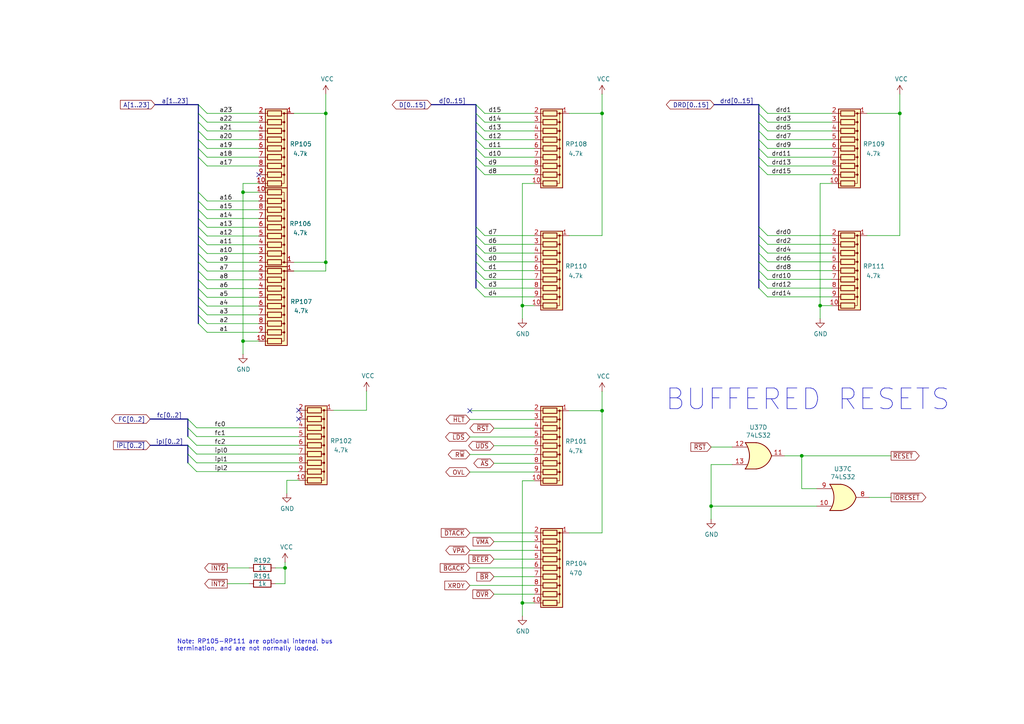
<source format=kicad_sch>
(kicad_sch (version 20250114) (generator "eeschema") (generator_version "9.0")
  (paper "A4")
  (title_block (title "Rämixx500") (date "2021-05-16") (rev "1") (company "SukkoPera") (comment 4 "Licensed under CC BY-NC-SA 4.0"))
  (lib_symbols
    (symbol "74xx:74LS32" (pin_names (offset 1.016))
      (property "Reference" "U" (at 0 1.27 0))
      (property "Value" "74LS32" (at 0 -1.27 0))
      (symbol "74LS32_1_1"
        (arc (start -3.81 3.81) (mid -2.589 0) (end -3.81 -3.81) (stroke (width 0.254)))
        (polyline (pts (xy -3.81 3.81) (xy -0.635 3.81)) (stroke (width 0.254)) (fill (type background)))
        (polyline (pts (xy -3.81 -3.81) (xy -0.635 -3.81)) (stroke (width 0.254)) (fill (type background)))
        (arc (start 3.81 0) (mid 2.1855 -2.584) (end -0.6096 -3.81) (stroke (width 0.254)) (fill (type background)))
        (arc (start -0.6096 3.81) (mid 2.1928 2.5924) (end 3.81 0) (stroke (width 0.254)) (fill (type background)))
        (polyline (pts (xy -0.635 3.81) (xy -3.81 3.81) (xy -3.81 3.81) (xy -3.556 3.4036) (xy -3.0226 2.2606) (xy -2.6924 1.0414) (xy -2.6162 -0.254) (xy -2.7686 -1.4986) (xy -3.175 -2.7178) (xy -3.81 -3.81) (xy -3.81 -3.81) (xy -0.635 -3.81)) (stroke (width -25.4)) (fill (type background)))
        (pin input line (at -7.62 2.54 0) (length 4.318) (name "~") (number "1"))
        (pin input line (at -7.62 -2.54 0) (length 4.318) (name "~") (number "2"))
        (pin output line (at 7.62 0 180) (length 3.81) (name "~") (number "3"))
      )
      (symbol "74LS32_1_2"
        (arc (start 0 3.81) (mid 3.7934 0) (end 0 -3.81) (stroke (width 0.254)) (fill (type background)))
        (polyline (pts (xy 0 3.81) (xy -3.81 3.81) (xy -3.81 -3.81) (xy 0 -3.81)) (stroke (width 0.254)) (fill (type background)))
        (pin input inverted (at -7.62 2.54 0) (length 3.81) (name "~") (number "1"))
        (pin input inverted (at -7.62 -2.54 0) (length 3.81) (name "~") (number "2"))
        (pin output inverted (at 7.62 0 180) (length 3.81) (name "~") (number "3"))
      )
      (symbol "74LS32_2_1"
        (arc (start -3.81 3.81) (mid -2.589 0) (end -3.81 -3.81) (stroke (width 0.254)))
        (polyline (pts (xy -3.81 3.81) (xy -0.635 3.81)) (stroke (width 0.254)) (fill (type background)))
        (polyline (pts (xy -3.81 -3.81) (xy -0.635 -3.81)) (stroke (width 0.254)) (fill (type background)))
        (arc (start 3.81 0) (mid 2.1855 -2.584) (end -0.6096 -3.81) (stroke (width 0.254)) (fill (type background)))
        (arc (start -0.6096 3.81) (mid 2.1928 2.5924) (end 3.81 0) (stroke (width 0.254)) (fill (type background)))
        (polyline (pts (xy -0.635 3.81) (xy -3.81 3.81) (xy -3.81 3.81) (xy -3.556 3.4036) (xy -3.0226 2.2606) (xy -2.6924 1.0414) (xy -2.6162 -0.254) (xy -2.7686 -1.4986) (xy -3.175 -2.7178) (xy -3.81 -3.81) (xy -3.81 -3.81) (xy -0.635 -3.81)) (stroke (width -25.4)) (fill (type background)))
        (pin input line (at -7.62 2.54 0) (length 4.318) (name "~") (number "4"))
        (pin input line (at -7.62 -2.54 0) (length 4.318) (name "~") (number "5"))
        (pin output line (at 7.62 0 180) (length 3.81) (name "~") (number "6"))
      )
      (symbol "74LS32_2_2"
        (arc (start 0 3.81) (mid 3.7934 0) (end 0 -3.81) (stroke (width 0.254)) (fill (type background)))
        (polyline (pts (xy 0 3.81) (xy -3.81 3.81) (xy -3.81 -3.81) (xy 0 -3.81)) (stroke (width 0.254)) (fill (type background)))
        (pin input inverted (at -7.62 2.54 0) (length 3.81) (name "~") (number "4"))
        (pin input inverted (at -7.62 -2.54 0) (length 3.81) (name "~") (number "5"))
        (pin output inverted (at 7.62 0 180) (length 3.81) (name "~") (number "6"))
      )
      (symbol "74LS32_3_1"
        (arc (start -3.81 3.81) (mid -2.589 0) (end -3.81 -3.81) (stroke (width 0.254)))
        (polyline (pts (xy -3.81 3.81) (xy -0.635 3.81)) (stroke (width 0.254)) (fill (type background)))
        (polyline (pts (xy -3.81 -3.81) (xy -0.635 -3.81)) (stroke (width 0.254)) (fill (type background)))
        (arc (start 3.81 0) (mid 2.1855 -2.584) (end -0.6096 -3.81) (stroke (width 0.254)) (fill (type background)))
        (arc (start -0.6096 3.81) (mid 2.1928 2.5924) (end 3.81 0) (stroke (width 0.254)) (fill (type background)))
        (polyline (pts (xy -0.635 3.81) (xy -3.81 3.81) (xy -3.81 3.81) (xy -3.556 3.4036) (xy -3.0226 2.2606) (xy -2.6924 1.0414) (xy -2.6162 -0.254) (xy -2.7686 -1.4986) (xy -3.175 -2.7178) (xy -3.81 -3.81) (xy -3.81 -3.81) (xy -0.635 -3.81)) (stroke (width -25.4)) (fill (type background)))
        (pin input line (at -7.62 2.54 0) (length 4.318) (name "~") (number "9"))
        (pin input line (at -7.62 -2.54 0) (length 4.318) (name "~") (number "10"))
        (pin output line (at 7.62 0 180) (length 3.81) (name "~") (number "8"))
      )
      (symbol "74LS32_3_2"
        (arc (start 0 3.81) (mid 3.7934 0) (end 0 -3.81) (stroke (width 0.254)) (fill (type background)))
        (polyline (pts (xy 0 3.81) (xy -3.81 3.81) (xy -3.81 -3.81) (xy 0 -3.81)) (stroke (width 0.254)) (fill (type background)))
        (pin input inverted (at -7.62 2.54 0) (length 3.81) (name "~") (number "9"))
        (pin input inverted (at -7.62 -2.54 0) (length 3.81) (name "~") (number "10"))
        (pin output inverted (at 7.62 0 180) (length 3.81) (name "~") (number "8"))
      )
      (symbol "74LS32_4_1"
        (arc (start -3.81 3.81) (mid -2.589 0) (end -3.81 -3.81) (stroke (width 0.254)))
        (polyline (pts (xy -3.81 3.81) (xy -0.635 3.81)) (stroke (width 0.254)) (fill (type background)))
        (polyline (pts (xy -3.81 -3.81) (xy -0.635 -3.81)) (stroke (width 0.254)) (fill (type background)))
        (arc (start 3.81 0) (mid 2.1855 -2.584) (end -0.6096 -3.81) (stroke (width 0.254)) (fill (type background)))
        (arc (start -0.6096 3.81) (mid 2.1928 2.5924) (end 3.81 0) (stroke (width 0.254)) (fill (type background)))
        (polyline (pts (xy -0.635 3.81) (xy -3.81 3.81) (xy -3.81 3.81) (xy -3.556 3.4036) (xy -3.0226 2.2606) (xy -2.6924 1.0414) (xy -2.6162 -0.254) (xy -2.7686 -1.4986) (xy -3.175 -2.7178) (xy -3.81 -3.81) (xy -3.81 -3.81) (xy -0.635 -3.81)) (stroke (width -25.4)) (fill (type background)))
        (pin input line (at -7.62 2.54 0) (length 4.318) (name "~") (number "12"))
        (pin input line (at -7.62 -2.54 0) (length 4.318) (name "~") (number "13"))
        (pin output line (at 7.62 0 180) (length 3.81) (name "~") (number "11"))
      )
      (symbol "74LS32_4_2"
        (arc (start 0 3.81) (mid 3.7934 0) (end 0 -3.81) (stroke (width 0.254)) (fill (type background)))
        (polyline (pts (xy 0 3.81) (xy -3.81 3.81) (xy -3.81 -3.81) (xy 0 -3.81)) (stroke (width 0.254)) (fill (type background)))
        (pin input inverted (at -7.62 2.54 0) (length 3.81) (name "~") (number "12"))
        (pin input inverted (at -7.62 -2.54 0) (length 3.81) (name "~") (number "13"))
        (pin output inverted (at 7.62 0 180) (length 3.81) (name "~") (number "11"))
      )
      (symbol "74LS32_5_0"
        (pin power_in line (at 0 12.7 270) (length 5.08) (name "VCC") (number "14"))
        (pin power_in line (at 0 -12.7 90) (length 5.08) (name "GND") (number "7"))
      )
      (symbol "74LS32_5_1"
        (rectangle (start -5.08 7.62) (end 5.08 -7.62) (stroke (width 0.254)) (fill (type background)))
      )
    )
    (symbol "Device:R" (pin_numbers (hide yes)) (pin_names (offset 0))
      (property "Reference" "R" (at 2.032 0 90))
      (property "Value" "R" (at 0 0 90))
      (symbol "R_0_1"
        (rectangle (start -1.016 -2.54) (end 1.016 2.54) (stroke (width 0.254)))
      )
      (symbol "R_1_1"
        (pin passive line (at 0 3.81 270) (length 1.27) (name "~") (number "1"))
        (pin passive line (at 0 -3.81 90) (length 1.27) (name "~") (number "2"))
      )
    )
    (symbol "Device:R_Network09" (pin_names (offset 0) (hide yes))
      (property "Reference" "RN" (at -12.7 0 90))
      (property "Value" "R_Network09" (at 12.7 0 90))
      (symbol "R_Network09_0_1"
        (rectangle (start -11.43 -3.175) (end 11.43 3.175) (stroke (width 0.254)) (fill (type background)))
        (rectangle (start -10.922 1.524) (end -9.398 -2.54) (stroke (width 0.254)))
        (circle (center -10.16 2.286) (radius 0.254) (fill (type outline)))
        (polyline (pts (xy -10.16 1.524) (xy -10.16 2.286) (xy -7.62 2.286) (xy -7.62 1.524)))
        (polyline (pts (xy -10.16 -2.54) (xy -10.16 -3.81)))
        (rectangle (start -8.382 1.524) (end -6.858 -2.54) (stroke (width 0.254)))
        (circle (center -7.62 2.286) (radius 0.254) (fill (type outline)))
        (polyline (pts (xy -7.62 1.524) (xy -7.62 2.286) (xy -5.08 2.286) (xy -5.08 1.524)))
        (polyline (pts (xy -7.62 -2.54) (xy -7.62 -3.81)))
        (rectangle (start -5.842 1.524) (end -4.318 -2.54) (stroke (width 0.254)))
        (circle (center -5.08 2.286) (radius 0.254) (fill (type outline)))
        (polyline (pts (xy -5.08 1.524) (xy -5.08 2.286) (xy -2.54 2.286) (xy -2.54 1.524)))
        (polyline (pts (xy -5.08 -2.54) (xy -5.08 -3.81)))
        (rectangle (start -3.302 1.524) (end -1.778 -2.54) (stroke (width 0.254)))
        (circle (center -2.54 2.286) (radius 0.254) (fill (type outline)))
        (polyline (pts (xy -2.54 1.524) (xy -2.54 2.286) (xy 0 2.286) (xy 0 1.524)))
        (polyline (pts (xy -2.54 -2.54) (xy -2.54 -3.81)))
        (rectangle (start -0.762 1.524) (end 0.762 -2.54) (stroke (width 0.254)))
        (circle (center 0 2.286) (radius 0.254) (fill (type outline)))
        (polyline (pts (xy 0 1.524) (xy 0 2.286) (xy 2.54 2.286) (xy 2.54 1.524)))
        (polyline (pts (xy 0 -2.54) (xy 0 -3.81)))
        (rectangle (start 1.778 1.524) (end 3.302 -2.54) (stroke (width 0.254)))
        (circle (center 2.54 2.286) (radius 0.254) (fill (type outline)))
        (polyline (pts (xy 2.54 1.524) (xy 2.54 2.286) (xy 5.08 2.286) (xy 5.08 1.524)))
        (polyline (pts (xy 2.54 -2.54) (xy 2.54 -3.81)))
        (rectangle (start 4.318 1.524) (end 5.842 -2.54) (stroke (width 0.254)))
        (circle (center 5.08 2.286) (radius 0.254) (fill (type outline)))
        (polyline (pts (xy 5.08 1.524) (xy 5.08 2.286) (xy 7.62 2.286) (xy 7.62 1.524)))
        (polyline (pts (xy 5.08 -2.54) (xy 5.08 -3.81)))
        (rectangle (start 6.858 1.524) (end 8.382 -2.54) (stroke (width 0.254)))
        (circle (center 7.62 2.286) (radius 0.254) (fill (type outline)))
        (polyline (pts (xy 7.62 1.524) (xy 7.62 2.286) (xy 10.16 2.286) (xy 10.16 1.524)))
        (polyline (pts (xy 7.62 -2.54) (xy 7.62 -3.81)))
        (rectangle (start 9.398 1.524) (end 10.922 -2.54) (stroke (width 0.254)))
        (polyline (pts (xy 10.16 -2.54) (xy 10.16 -3.81)))
      )
      (symbol "R_Network09_1_1"
        (pin passive line (at -10.16 5.08 270) (length 2.54) (name "common") (number "1"))
        (pin passive line (at -10.16 -5.08 90) (length 1.27) (name "R1") (number "2"))
        (pin passive line (at -7.62 -5.08 90) (length 1.27) (name "R2") (number "3"))
        (pin passive line (at -5.08 -5.08 90) (length 1.27) (name "R3") (number "4"))
        (pin passive line (at -2.54 -5.08 90) (length 1.27) (name "R4") (number "5"))
        (pin passive line (at 0 -5.08 90) (length 1.27) (name "R5") (number "6"))
        (pin passive line (at 2.54 -5.08 90) (length 1.27) (name "R6") (number "7"))
        (pin passive line (at 5.08 -5.08 90) (length 1.27) (name "R7") (number "8"))
        (pin passive line (at 7.62 -5.08 90) (length 1.27) (name "R8") (number "9"))
        (pin passive line (at 10.16 -5.08 90) (length 1.27) (name "R9") (number "10"))
      )
    )
    (symbol "power:GND" (power) (pin_numbers (hide yes)) (pin_names (offset 0) (hide yes))
      (property "Value" "GND" (at 0 -3.81 0))
      (symbol "GND_0_1"
        (polyline (pts (xy 0 0) (xy 0 -1.27) (xy 1.27 -1.27) (xy 0 -2.54) (xy -1.27 -1.27) (xy 0 -1.27)))
      )
      (symbol "GND_1_1"
        (pin power_in line (at 0 0 270) (length 0) (name "~") (number "1"))
      )
    )
    (symbol "power:VCC" (power) (pin_numbers (hide yes)) (pin_names (offset 0) (hide yes))
      (property "Value" "VCC" (at 0 3.556 0))
      (symbol "VCC_0_1"
        (polyline (pts (xy -0.762 1.27) (xy 0 2.54)))
        (polyline (pts (xy 0 2.54) (xy 0.762 1.27)))
        (polyline (pts (xy 0 0) (xy 0 2.54)))
      )
      (symbol "VCC_1_1"
        (pin power_in line (at 0 0 90) (length 0) (name "~") (number "1"))
      )
    )
  )
  (text "Note: RP105-RP111 are optional internal bus\ntermination, and are not normally loaded." (at 51.308 188.976 0) (effects (font (size 1.27 1.27)) (justify left bottom)))
  (text "BUFFERED RESETS" (at 192.786 119.507 0) (effects (font (size 5.9944 5.9944)) (justify left bottom)))
  (junction (at 151.511 174.879))
  (junction (at 260.985 32.893))
  (junction (at 70.485 98.933))
  (junction (at 70.485 55.753))
  (junction (at 174.625 119.126))
  (junction (at 232.537 132.207))
  (junction (at 237.871 88.646))
  (junction (at 206.248 146.812))
  (junction (at 151.511 88.646))
  (junction (at 174.625 32.893))
  (junction (at 82.677 164.719))
  (junction (at 94.488 76.073))
  (junction (at 94.488 32.893))
  (no_connect (at 75.057 50.673))
  (no_connect (at 86.614 121.539))
  (no_connect (at 136.271 119.126))
  (no_connect (at 86.614 118.999))
  (bus_entry (at 60.071 40.513) (size -2.54 -2.54))
  (bus_entry (at 138.049 68.326) (size 2.54 2.54))
  (bus_entry (at 220.091 81.026) (size 2.54 2.54))
  (bus_entry (at 60.071 32.893) (size -2.54 -2.54))
  (bus_entry (at 220.091 78.486) (size 2.54 2.54))
  (bus_entry (at 60.071 60.833) (size -2.54 -2.54))
  (bus_entry (at 138.049 40.513) (size 2.54 2.54))
  (bus_entry (at 60.071 68.453) (size -2.54 -2.54))
  (bus_entry (at 220.091 30.353) (size 2.54 2.54))
  (bus_entry (at 138.049 35.433) (size 2.54 2.54))
  (bus_entry (at 60.071 73.533) (size -2.54 -2.54))
  (bus_entry (at 220.091 68.326) (size 2.54 2.54))
  (bus_entry (at 60.071 63.373) (size -2.54 -2.54))
  (bus_entry (at 138.049 45.593) (size 2.54 2.54))
  (bus_entry (at 60.071 86.233) (size -2.54 -2.54))
  (bus_entry (at 220.091 35.433) (size 2.54 2.54))
  (bus_entry (at 138.049 78.486) (size 2.54 2.54))
  (bus_entry (at 138.049 73.406) (size 2.54 2.54))
  (bus_entry (at 138.049 37.973) (size 2.54 2.54))
  (bus_entry (at 138.049 48.133) (size 2.54 2.54))
  (bus_entry (at 60.071 88.773) (size -2.54 -2.54))
  (bus_entry (at 60.071 78.613) (size -2.54 -2.54))
  (bus_entry (at 220.091 40.513) (size 2.54 2.54))
  (bus_entry (at 60.071 48.133) (size -2.54 -2.54))
  (bus_entry (at 220.091 37.973) (size 2.54 2.54))
  (bus_entry (at 220.091 48.133) (size 2.54 2.54))
  (bus_entry (at 60.071 81.153) (size -2.54 -2.54))
  (bus_entry (at 60.071 76.073) (size -2.54 -2.54))
  (bus_entry (at 54.483 129.159) (size 2.54 2.54))
  (bus_entry (at 138.049 83.566) (size 2.54 2.54))
  (bus_entry (at 220.091 45.593) (size 2.54 2.54))
  (bus_entry (at 220.091 65.786) (size 2.54 2.54))
  (bus_entry (at 220.091 75.946) (size 2.54 2.54))
  (bus_entry (at 60.071 45.593) (size -2.54 -2.54))
  (bus_entry (at 220.091 83.566) (size 2.54 2.54))
  (bus_entry (at 60.071 83.693) (size -2.54 -2.54))
  (bus_entry (at 54.483 121.539) (size 2.54 2.54))
  (bus_entry (at 138.049 65.786) (size 2.54 2.54))
  (bus_entry (at 138.049 81.026) (size 2.54 2.54))
  (bus_entry (at 60.071 70.993) (size -2.54 -2.54))
  (bus_entry (at 60.071 37.973) (size -2.54 -2.54))
  (bus_entry (at 60.071 65.913) (size -2.54 -2.54))
  (bus_entry (at 60.071 35.433) (size -2.54 -2.54))
  (bus_entry (at 220.091 43.053) (size 2.54 2.54))
  (bus_entry (at 138.049 32.893) (size 2.54 2.54))
  (bus_entry (at 60.071 91.313) (size -2.54 -2.54))
  (bus_entry (at 54.483 131.699) (size 2.54 2.54))
  (bus_entry (at 138.049 30.353) (size 2.54 2.54))
  (bus_entry (at 60.071 96.393) (size -2.54 -2.54))
  (bus_entry (at 60.071 93.853) (size -2.54 -2.54))
  (bus_entry (at 54.483 124.079) (size 2.54 2.54))
  (bus_entry (at 60.071 43.053) (size -2.54 -2.54))
  (bus_entry (at 220.091 32.893) (size 2.54 2.54))
  (bus_entry (at 54.483 126.619) (size 2.54 2.54))
  (bus_entry (at 60.071 58.293) (size -2.54 -2.54))
  (bus_entry (at 220.091 73.406) (size 2.54 2.54))
  (bus_entry (at 54.483 134.239) (size 2.54 2.54))
  (bus_entry (at 138.049 75.946) (size 2.54 2.54))
  (bus_entry (at 138.049 70.866) (size 2.54 2.54))
  (bus_entry (at 138.049 43.053) (size 2.54 2.54))
  (bus_entry (at 220.091 70.866) (size 2.54 2.54))
  (bus (pts (xy 220.091 73.406) (xy 220.091 75.946)))
  (wire (pts (xy 94.488 32.893) (xy 94.488 27.305)))
  (wire (pts (xy 75.057 43.053) (xy 60.071 43.053)))
  (wire (pts (xy 154.94 139.446) (xy 151.511 139.446)))
  (wire (pts (xy 222.631 50.673) (xy 241.3 50.673)))
  (wire (pts (xy 136.271 121.666) (xy 154.94 121.666)))
  (wire (pts (xy 82.677 169.291) (xy 82.677 164.719)))
  (wire (pts (xy 140.589 50.673) (xy 154.94 50.673)))
  (wire (pts (xy 82.677 169.291) (xy 79.883 169.291)))
  (wire (pts (xy 174.625 32.893) (xy 174.625 27.305)))
  (wire (pts (xy 86.614 134.239) (xy 57.023 134.239)))
  (bus (pts (xy 57.531 55.753) (xy 57.531 58.293)))
  (wire (pts (xy 75.057 32.893) (xy 60.071 32.893)))
  (bus (pts (xy 138.049 68.326) (xy 138.049 70.866)))
  (wire (pts (xy 222.631 73.406) (xy 241.3 73.406)))
  (wire (pts (xy 86.614 126.619) (xy 57.023 126.619)))
  (wire (pts (xy 94.488 76.073) (xy 94.488 32.893)))
  (wire (pts (xy 222.631 81.026) (xy 241.3 81.026)))
  (wire (pts (xy 154.94 53.213) (xy 151.511 53.213)))
  (bus (pts (xy 138.049 73.406) (xy 138.049 75.946)))
  (wire (pts (xy 86.614 124.079) (xy 57.023 124.079)))
  (bus (pts (xy 220.091 48.133) (xy 220.091 65.786)))
  (wire (pts (xy 232.537 132.207) (xy 258.445 132.207)))
  (wire (pts (xy 75.057 60.833) (xy 60.071 60.833)))
  (bus (pts (xy 57.531 37.973) (xy 57.531 40.513)))
  (bus (pts (xy 138.049 43.053) (xy 138.049 45.593)))
  (wire (pts (xy 151.511 53.213) (xy 151.511 88.646)))
  (wire (pts (xy 222.631 40.513) (xy 241.3 40.513)))
  (bus (pts (xy 138.049 40.513) (xy 138.049 43.053)))
  (wire (pts (xy 222.631 43.053) (xy 241.3 43.053)))
  (bus (pts (xy 43.561 129.159) (xy 54.483 129.159)))
  (wire (pts (xy 75.057 68.453) (xy 60.071 68.453)))
  (wire (pts (xy 222.631 37.973) (xy 241.3 37.973)))
  (wire (pts (xy 82.677 164.719) (xy 79.883 164.719)))
  (bus (pts (xy 57.531 70.993) (xy 57.531 73.533)))
  (wire (pts (xy 85.217 32.893) (xy 94.488 32.893)))
  (wire (pts (xy 151.511 88.646) (xy 154.94 88.646)))
  (wire (pts (xy 75.057 93.853) (xy 60.071 93.853)))
  (wire (pts (xy 140.589 73.406) (xy 154.94 73.406)))
  (wire (pts (xy 82.677 163.068) (xy 82.677 164.719)))
  (wire (pts (xy 106.299 118.999) (xy 96.774 118.999)))
  (wire (pts (xy 70.485 98.933) (xy 70.485 102.743)))
  (bus (pts (xy 138.049 81.026) (xy 138.049 83.566)))
  (wire (pts (xy 222.631 45.593) (xy 241.3 45.593)))
  (wire (pts (xy 143.256 134.366) (xy 154.94 134.366)))
  (wire (pts (xy 75.057 81.153) (xy 60.071 81.153)))
  (wire (pts (xy 136.271 119.126) (xy 154.94 119.126)))
  (bus (pts (xy 138.049 32.893) (xy 138.049 35.433)))
  (wire (pts (xy 143.256 124.206) (xy 154.94 124.206)))
  (wire (pts (xy 143.256 162.179) (xy 154.94 162.179)))
  (bus (pts (xy 43.561 121.539) (xy 54.483 121.539)))
  (wire (pts (xy 75.057 83.693) (xy 60.071 83.693)))
  (wire (pts (xy 70.485 55.753) (xy 70.485 98.933)))
  (wire (pts (xy 136.271 154.559) (xy 154.94 154.559)))
  (bus (pts (xy 57.531 86.233) (xy 57.531 88.773)))
  (wire (pts (xy 241.3 53.213) (xy 237.871 53.213)))
  (wire (pts (xy 86.614 129.159) (xy 57.023 129.159)))
  (wire (pts (xy 86.614 131.699) (xy 57.023 131.699)))
  (wire (pts (xy 75.057 76.073) (xy 60.071 76.073)))
  (bus (pts (xy 138.049 48.133) (xy 138.049 65.786)))
  (wire (pts (xy 75.057 78.613) (xy 60.071 78.613)))
  (wire (pts (xy 75.057 58.293) (xy 60.071 58.293)))
  (wire (pts (xy 75.057 96.393) (xy 60.071 96.393)))
  (wire (pts (xy 206.248 146.812) (xy 236.855 146.812)))
  (bus (pts (xy 57.531 58.293) (xy 57.531 60.833)))
  (wire (pts (xy 212.344 134.747) (xy 206.248 134.747)))
  (wire (pts (xy 222.631 78.486) (xy 241.3 78.486)))
  (wire (pts (xy 212.344 129.667) (xy 206.248 129.667)))
  (bus (pts (xy 57.531 40.513) (xy 57.531 43.053)))
  (bus (pts (xy 57.531 83.693) (xy 57.531 86.233)))
  (wire (pts (xy 140.589 81.026) (xy 154.94 81.026)))
  (wire (pts (xy 85.217 76.073) (xy 94.488 76.073)))
  (wire (pts (xy 174.625 32.893) (xy 165.1 32.893)))
  (wire (pts (xy 140.589 43.053) (xy 154.94 43.053)))
  (bus (pts (xy 138.049 78.486) (xy 138.049 81.026)))
  (bus (pts (xy 220.091 78.486) (xy 220.091 81.026)))
  (wire (pts (xy 260.985 32.893) (xy 251.46 32.893)))
  (wire (pts (xy 222.631 75.946) (xy 241.3 75.946)))
  (wire (pts (xy 86.614 136.779) (xy 57.023 136.779)))
  (wire (pts (xy 136.271 169.799) (xy 154.94 169.799)))
  (wire (pts (xy 237.871 88.646) (xy 241.3 88.646)))
  (wire (pts (xy 140.589 86.106) (xy 154.94 86.106)))
  (bus (pts (xy 220.091 37.973) (xy 220.091 40.513)))
  (bus (pts (xy 220.091 35.433) (xy 220.091 37.973)))
  (wire (pts (xy 75.057 37.973) (xy 60.071 37.973)))
  (bus (pts (xy 220.091 68.326) (xy 220.091 70.866)))
  (wire (pts (xy 75.057 35.433) (xy 60.071 35.433)))
  (wire (pts (xy 222.631 32.893) (xy 241.3 32.893)))
  (bus (pts (xy 220.091 45.593) (xy 220.091 48.133)))
  (bus (pts (xy 220.091 81.026) (xy 220.091 83.566)))
  (wire (pts (xy 143.256 172.339) (xy 154.94 172.339)))
  (bus (pts (xy 57.531 78.613) (xy 57.531 81.153)))
  (wire (pts (xy 222.631 86.106) (xy 241.3 86.106)))
  (bus (pts (xy 220.091 32.893) (xy 220.091 35.433)))
  (wire (pts (xy 206.248 146.812) (xy 206.248 150.622)))
  (bus (pts (xy 220.091 43.053) (xy 220.091 45.593)))
  (bus (pts (xy 57.531 63.373) (xy 57.531 65.913)))
  (wire (pts (xy 75.057 65.913) (xy 60.071 65.913)))
  (wire (pts (xy 143.256 129.286) (xy 154.94 129.286)))
  (bus (pts (xy 138.049 37.973) (xy 138.049 40.513)))
  (wire (pts (xy 222.631 70.866) (xy 241.3 70.866)))
  (bus (pts (xy 54.483 124.079) (xy 54.483 126.619)))
  (bus (pts (xy 57.531 81.153) (xy 57.531 83.693)))
  (wire (pts (xy 75.057 88.773) (xy 60.071 88.773)))
  (bus (pts (xy 138.049 70.866) (xy 138.049 73.406)))
  (bus (pts (xy 220.091 65.786) (xy 220.091 68.326)))
  (bus (pts (xy 54.483 121.539) (xy 54.483 124.079)))
  (wire (pts (xy 174.625 119.126) (xy 174.625 113.538)))
  (bus (pts (xy 57.531 45.593) (xy 57.531 55.753)))
  (wire (pts (xy 140.589 35.433) (xy 154.94 35.433)))
  (wire (pts (xy 83.185 139.319) (xy 83.185 143.129)))
  (wire (pts (xy 165.1 154.559) (xy 174.625 154.559)))
  (wire (pts (xy 75.057 91.313) (xy 60.071 91.313)))
  (wire (pts (xy 251.46 68.326) (xy 260.985 68.326)))
  (bus (pts (xy 220.091 30.353) (xy 220.091 32.893)))
  (bus (pts (xy 220.091 40.513) (xy 220.091 43.053)))
  (wire (pts (xy 136.271 126.746) (xy 154.94 126.746)))
  (wire (pts (xy 75.057 63.373) (xy 60.071 63.373)))
  (wire (pts (xy 206.248 134.747) (xy 206.248 146.812)))
  (bus (pts (xy 57.531 30.353) (xy 44.958 30.353)))
  (wire (pts (xy 140.589 68.326) (xy 154.94 68.326)))
  (bus (pts (xy 57.531 30.353) (xy 57.531 32.893)))
  (bus (pts (xy 138.049 30.353) (xy 138.049 32.893)))
  (wire (pts (xy 232.537 132.207) (xy 232.537 141.732)))
  (wire (pts (xy 136.271 164.719) (xy 154.94 164.719)))
  (bus (pts (xy 138.049 65.786) (xy 138.049 68.326)))
  (bus (pts (xy 220.091 30.353) (xy 207.137 30.353)))
  (wire (pts (xy 237.871 53.213) (xy 237.871 88.646)))
  (bus (pts (xy 54.483 131.699) (xy 54.483 134.239)))
  (bus (pts (xy 138.049 45.593) (xy 138.049 48.133)))
  (wire (pts (xy 165.1 68.326) (xy 174.625 68.326)))
  (wire (pts (xy 140.589 32.893) (xy 154.94 32.893)))
  (wire (pts (xy 237.871 88.646) (xy 237.871 92.456)))
  (wire (pts (xy 260.985 32.893) (xy 260.985 27.305)))
  (wire (pts (xy 65.913 169.291) (xy 72.263 169.291)))
  (bus (pts (xy 138.049 35.433) (xy 138.049 37.973)))
  (wire (pts (xy 151.511 139.446) (xy 151.511 174.879)))
  (wire (pts (xy 75.057 55.753) (xy 70.485 55.753)))
  (wire (pts (xy 75.057 98.933) (xy 70.485 98.933)))
  (wire (pts (xy 85.217 78.613) (xy 94.488 78.613)))
  (bus (pts (xy 220.091 70.866) (xy 220.091 73.406)))
  (bus (pts (xy 57.531 65.913) (xy 57.531 68.453)))
  (wire (pts (xy 140.589 45.593) (xy 154.94 45.593)))
  (bus (pts (xy 57.531 32.893) (xy 57.531 35.433)))
  (wire (pts (xy 140.589 40.513) (xy 154.94 40.513)))
  (wire (pts (xy 140.589 70.866) (xy 154.94 70.866)))
  (wire (pts (xy 143.256 167.259) (xy 154.94 167.259)))
  (wire (pts (xy 174.625 154.559) (xy 174.625 119.126)))
  (bus (pts (xy 138.049 30.353) (xy 125.095 30.353)))
  (bus (pts (xy 57.531 88.773) (xy 57.531 91.313)))
  (wire (pts (xy 70.485 53.213) (xy 70.485 55.753)))
  (bus (pts (xy 57.531 73.533) (xy 57.531 76.073)))
  (wire (pts (xy 75.057 45.593) (xy 60.071 45.593)))
  (bus (pts (xy 57.531 91.313) (xy 57.531 93.853)))
  (wire (pts (xy 260.985 68.326) (xy 260.985 32.893)))
  (wire (pts (xy 75.057 53.213) (xy 70.485 53.213)))
  (wire (pts (xy 65.913 164.719) (xy 72.263 164.719)))
  (wire (pts (xy 136.271 136.906) (xy 154.94 136.906)))
  (wire (pts (xy 222.631 48.133) (xy 241.3 48.133)))
  (wire (pts (xy 140.589 83.566) (xy 154.94 83.566)))
  (wire (pts (xy 151.511 88.646) (xy 151.511 92.456)))
  (bus (pts (xy 220.091 75.946) (xy 220.091 78.486)))
  (wire (pts (xy 140.589 75.946) (xy 154.94 75.946)))
  (wire (pts (xy 222.631 68.326) (xy 241.3 68.326)))
  (wire (pts (xy 136.271 159.639) (xy 154.94 159.639)))
  (wire (pts (xy 94.488 78.613) (xy 94.488 76.073)))
  (wire (pts (xy 75.057 86.233) (xy 60.071 86.233)))
  (wire (pts (xy 136.271 131.826) (xy 154.94 131.826)))
  (bus (pts (xy 57.531 76.073) (xy 57.531 78.613)))
  (wire (pts (xy 140.589 37.973) (xy 154.94 37.973)))
  (bus (pts (xy 57.531 43.053) (xy 57.531 45.593)))
  (wire (pts (xy 222.631 83.566) (xy 241.3 83.566)))
  (bus (pts (xy 54.483 129.159) (xy 54.483 131.699)))
  (wire (pts (xy 140.589 78.486) (xy 154.94 78.486)))
  (wire (pts (xy 143.256 157.099) (xy 154.94 157.099)))
  (bus (pts (xy 57.531 60.833) (xy 57.531 63.373)))
  (wire (pts (xy 232.537 141.732) (xy 236.855 141.732)))
  (wire (pts (xy 75.057 40.513) (xy 60.071 40.513)))
  (wire (pts (xy 106.299 118.999) (xy 106.299 113.411)))
  (wire (pts (xy 75.057 70.993) (xy 60.071 70.993)))
  (wire (pts (xy 174.625 119.126) (xy 165.1 119.126)))
  (wire (pts (xy 75.057 73.533) (xy 60.071 73.533)))
  (wire (pts (xy 151.511 174.879) (xy 151.511 178.689)))
  (wire (pts (xy 140.589 48.133) (xy 154.94 48.133)))
  (wire (pts (xy 174.625 68.326) (xy 174.625 32.893)))
  (bus (pts (xy 57.531 68.453) (xy 57.531 70.993)))
  (bus (pts (xy 57.531 35.433) (xy 57.531 37.973)))
  (wire (pts (xy 222.631 35.433) (xy 241.3 35.433)))
  (wire (pts (xy 151.511 174.879) (xy 154.94 174.879)))
  (wire (pts (xy 75.057 48.133) (xy 60.071 48.133)))
  (wire (pts (xy 83.185 139.319) (xy 86.614 139.319)))
  (wire (pts (xy 252.095 144.272) (xy 258.445 144.272)))
  (bus (pts (xy 138.049 75.946) (xy 138.049 78.486)))
  (wire (pts (xy 227.584 132.207) (xy 232.537 132.207)))
  (label "fc2" (at 62.23 129.159 0))
  (label "a11" (at 63.627 70.993 0))
  (label "a13" (at 63.627 65.913 0))
  (label "ipl2" (at 62.23 136.779 0))
  (label "drd14" (at 229.489 86.106 180))
  (label "d2" (at 144.145 81.026 180))
  (label "drd9" (at 229.489 43.053 180))
  (label "a17" (at 63.627 48.133 0))
  (label "a9" (at 63.627 76.073 0))
  (label "drd0" (at 229.489 68.326 180))
  (label "d4" (at 144.145 86.106 180))
  (label "a3" (at 63.627 91.313 0))
  (label "a19" (at 63.627 43.053 0))
  (label "d15" (at 145.415 32.893 180))
  (label "a21" (at 63.627 37.973 0))
  (label "d9" (at 144.145 48.133 180))
  (label "d6" (at 144.145 70.866 180))
  (label "a20" (at 63.627 40.513 0))
  (label "drd12" (at 229.489 83.566 180))
  (label "ipl1" (at 62.23 134.239 0))
  (label "ipl[0..2]" (at 45.212 129.159 0))
  (label "a18" (at 63.627 45.593 0))
  (label "d0" (at 144.145 75.946 180))
  (label "drd5" (at 229.489 37.973 180))
  (label "drd[0..15]" (at 208.788 30.353 0))
  (label "fc[0..2]" (at 45.466 121.539 0))
  (label "a8" (at 63.627 81.153 0))
  (label "drd1" (at 229.489 32.893 180))
  (label "a16" (at 63.627 58.293 0))
  (label "a22" (at 63.627 35.433 0))
  (label "fc0" (at 62.23 124.079 0))
  (label "d11" (at 145.415 43.053 180))
  (label "ipl0" (at 62.23 131.699 0))
  (label "a15" (at 63.627 60.833 0))
  (label "drd6" (at 229.489 75.946 180))
  (label "d5" (at 144.145 73.406 180))
  (label "a5" (at 63.627 86.233 0))
  (label "drd11" (at 229.489 45.593 180))
  (label "d10" (at 145.415 45.593 180))
  (label "d8" (at 144.145 50.673 180))
  (label "a6" (at 63.627 83.693 0))
  (label "a7" (at 63.627 78.613 0))
  (label "d7" (at 144.145 68.326 180))
  (label "drd3" (at 229.489 35.433 180))
  (label "a2" (at 63.627 93.853 0))
  (label "fc1" (at 62.23 126.619 0))
  (label "drd8" (at 229.489 78.486 180))
  (label "a14" (at 63.627 63.373 0))
  (label "drd10" (at 229.489 81.026 180))
  (label "drd4" (at 229.489 73.406 180))
  (label "a[1..23]" (at 46.863 30.353 0))
  (label "a1" (at 63.627 96.393 0))
  (label "drd13" (at 229.489 48.133 180))
  (label "drd7" (at 229.489 40.513 180))
  (label "a10" (at 63.627 73.533 0))
  (label "d13" (at 145.415 37.973 180))
  (label "drd15" (at 229.489 50.673 180))
  (label "d14" (at 145.415 35.433 180))
  (label "a23" (at 63.627 32.893 0))
  (label "a4" (at 63.627 88.773 0))
  (label "d[0..15]" (at 127.254 30.353 0))
  (label "drd2" (at 229.489 70.866 180))
  (label "d12" (at 145.415 40.513 180))
  (label "d1" (at 144.145 78.486 180))
  (label "a12" (at 63.627 68.453 0))
  (label "d3" (at 144.145 83.566 180))
  (global_label "~{OVR}" (shape input) (at 143.256 172.339 180) (property "Intersheetrefs" "${INTERSHEET_REFS}" (effects (hide yes))))
  (global_label "~{VPA}" (shape bidirectional) (at 136.271 159.639 180) (property "Intersheetrefs" "${INTERSHEET_REFS}" (effects (hide yes))))
  (global_label "FC[0..2]" (shape bidirectional) (at 43.561 121.539 180) (property "Intersheetrefs" "${INTERSHEET_REFS}" (effects (hide yes))))
  (global_label "~{HLT}" (shape bidirectional) (at 136.271 121.666 180) (property "Intersheetrefs" "${INTERSHEET_REFS}" (effects (hide yes))))
  (global_label "~{UDS}" (shape bidirectional) (at 143.256 129.286 180) (property "Intersheetrefs" "${INTERSHEET_REFS}" (effects (hide yes))))
  (global_label "~{RST}" (shape bidirectional) (at 143.256 124.206 180) (property "Intersheetrefs" "${INTERSHEET_REFS}" (effects (hide yes))))
  (global_label "~{IPL[0..2]}" (shape input) (at 43.561 129.159 180) (property "Intersheetrefs" "${INTERSHEET_REFS}" (effects (hide yes))))
  (global_label "OVL" (shape bidirectional) (at 136.271 136.906 180) (property "Intersheetrefs" "${INTERSHEET_REFS}" (effects (hide yes))))
  (global_label "~{IORESET}" (shape output) (at 258.445 144.272 0) (property "Intersheetrefs" "${INTERSHEET_REFS}" (effects (hide yes))))
  (global_label "~{RESET}" (shape output) (at 258.445 132.207 0) (property "Intersheetrefs" "${INTERSHEET_REFS}" (effects (hide yes))))
  (global_label "A[1..23]" (shape input) (at 44.958 30.353 180) (property "Intersheetrefs" "${INTERSHEET_REFS}" (effects (hide yes))))
  (global_label "~{BGACK}" (shape input) (at 136.271 164.719 180) (property "Intersheetrefs" "${INTERSHEET_REFS}" (effects (hide yes))))
  (global_label "XRDY" (shape input) (at 136.271 169.799 180) (property "Intersheetrefs" "${INTERSHEET_REFS}" (effects (hide yes))))
  (global_label "R~{W}" (shape bidirectional) (at 136.271 131.826 180) (property "Intersheetrefs" "${INTERSHEET_REFS}" (effects (hide yes))))
  (global_label "~{INT2}" (shape output) (at 65.913 169.291 180) (property "Intersheetrefs" "${INTERSHEET_REFS}" (effects (hide yes))))
  (global_label "~{INT6}" (shape output) (at 65.913 164.719 180) (property "Intersheetrefs" "${INTERSHEET_REFS}" (effects (hide yes))))
  (global_label "~{BEER}" (shape input) (at 143.256 162.179 180) (property "Intersheetrefs" "${INTERSHEET_REFS}" (effects (hide yes))))
  (global_label "~{AS}" (shape bidirectional) (at 143.256 134.366 180) (property "Intersheetrefs" "${INTERSHEET_REFS}" (effects (hide yes))))
  (global_label "~{LDS}" (shape bidirectional) (at 136.271 126.746 180) (property "Intersheetrefs" "${INTERSHEET_REFS}" (effects (hide yes))))
  (global_label "~{RST}" (shape input) (at 206.248 129.667 180) (property "Intersheetrefs" "${INTERSHEET_REFS}" (effects (hide yes))))
  (global_label "~{DTACK}" (shape input) (at 136.271 154.559 180) (property "Intersheetrefs" "${INTERSHEET_REFS}" (effects (hide yes))))
  (global_label "~{BR}" (shape input) (at 143.256 167.259 180) (property "Intersheetrefs" "${INTERSHEET_REFS}" (effects (hide yes))))
  (global_label "~{VMA}" (shape input) (at 143.256 157.099 180) (property "Intersheetrefs" "${INTERSHEET_REFS}" (effects (hide yes))))
  (global_label "D[0..15]" (shape bidirectional) (at 125.095 30.353 180) (property "Intersheetrefs" "${INTERSHEET_REFS}" (effects (hide yes))))
  (global_label "DRD[0..15]" (shape bidirectional) (at 207.137 30.353 180) (property "Intersheetrefs" "${INTERSHEET_REFS}" (effects (hide yes))))
  (symbol (lib_id "Device:R_Network09") (at 80.137 88.773 270) (unit 1)
    (property "Reference" "RP107" (at 87.376 87.503 90))
    (property "Value" "4.7k" (at 87.376 90.17 90))
    (property "Footprint" "Resistor_THT:R_Array_SIP10" (effects (hide yes)))
    (property "Datasheet" "http://www.vishay.com/docs/31509/csc.pdf" (effects (hide yes)))
  )
  (symbol (lib_id "Device:R_Network09") (at 80.137 65.913 270) (mirror x) (unit 1)
    (property "Reference" "RP106" (at 87.122 64.897 90))
    (property "Value" "4.7k" (at 87.122 67.564 90))
    (property "Footprint" "Resistor_THT:R_Array_SIP10" (effects (hide yes)))
    (property "Datasheet" "http://www.vishay.com/docs/31509/csc.pdf" (effects (hide yes)))
  )
  (symbol (lib_id "Device:R_Network09") (at 80.137 43.053 270) (unit 1)
    (property "Reference" "RP105" (at 87.249 41.783 90))
    (property "Value" "4.7k" (at 87.122 44.577 90))
    (property "Footprint" "Resistor_THT:R_Array_SIP10" (effects (hide yes)))
    (property "Datasheet" "http://www.vishay.com/docs/31509/csc.pdf" (effects (hide yes)))
  )
  (symbol (lib_id "power:GND") (at 70.485 102.743 0) (unit 1)
    (property "Reference" "#PWR0185" (effects (hide yes)))
    (property "Value" "GND" (at 70.612 107.1372 0))
  )
  (symbol (lib_id "power:VCC") (at 94.488 27.305 0) (unit 1)
    (property "Reference" "#PWR0186" (effects (hide yes)))
    (property "Value" "VCC" (at 94.9198 22.9108 0))
  )
  (symbol (lib_id "Device:R_Network09") (at 160.02 43.053 270) (unit 1)
    (property "Reference" "RP108" (at 167.132 41.783 90))
    (property "Value" "4.7k" (at 167.005 44.577 90))
    (property "Footprint" "Resistor_THT:R_Array_SIP10" (effects (hide yes)))
    (property "Datasheet" "http://www.vishay.com/docs/31509/csc.pdf" (effects (hide yes)))
  )
  (symbol (lib_id "Device:R_Network09") (at 160.02 78.486 270) (unit 1)
    (property "Reference" "RP110" (at 167.132 77.216 90))
    (property "Value" "4.7k" (at 167.005 80.01 90))
    (property "Footprint" "Resistor_THT:R_Array_SIP10" (effects (hide yes)))
    (property "Datasheet" "http://www.vishay.com/docs/31509/csc.pdf" (effects (hide yes)))
  )
  (symbol (lib_id "power:VCC") (at 174.625 27.305 0) (unit 1)
    (property "Reference" "#PWR0187" (effects (hide yes)))
    (property "Value" "VCC" (at 175.0568 22.9108 0))
  )
  (symbol (lib_id "power:GND") (at 151.511 92.456 0) (unit 1)
    (property "Reference" "#PWR0188" (effects (hide yes)))
    (property "Value" "GND" (at 151.638 96.8502 0))
  )
  (symbol (lib_id "Device:R_Network09") (at 246.38 43.053 270) (unit 1)
    (property "Reference" "RP109" (at 253.492 41.783 90))
    (property "Value" "4.7k" (at 253.365 44.577 90))
    (property "Footprint" "Resistor_THT:R_Array_SIP10" (effects (hide yes)))
    (property "Datasheet" "http://www.vishay.com/docs/31509/csc.pdf" (effects (hide yes)))
  )
  (symbol (lib_id "Device:R_Network09") (at 246.38 78.486 270) (unit 1)
    (property "Reference" "RP111" (at 253.492 77.216 90))
    (property "Value" "4.7k" (at 253.365 80.01 90))
    (property "Footprint" "Resistor_THT:R_Array_SIP10" (effects (hide yes)))
    (property "Datasheet" "http://www.vishay.com/docs/31509/csc.pdf" (effects (hide yes)))
  )
  (symbol (lib_id "power:VCC") (at 260.985 27.305 0) (unit 1)
    (property "Reference" "#PWR0189" (effects (hide yes)))
    (property "Value" "VCC" (at 261.4168 22.9108 0))
  )
  (symbol (lib_id "power:GND") (at 237.871 92.456 0) (unit 1)
    (property "Reference" "#PWR0190" (effects (hide yes)))
    (property "Value" "GND" (at 237.998 96.8502 0))
  )
  (symbol (lib_id "Device:R_Network09") (at 91.694 129.159 270) (unit 1)
    (property "Reference" "RP102" (at 98.933 127.889 90))
    (property "Value" "4.7k" (at 98.933 130.556 90))
    (property "Footprint" "Resistor_THT:R_Array_SIP10" (effects (hide yes)))
    (property "Datasheet" "http://www.vishay.com/docs/31509/csc.pdf" (effects (hide yes)))
  )
  (symbol (lib_id "power:VCC") (at 106.299 113.411 0) (unit 1)
    (property "Reference" "#PWR0191" (effects (hide yes)))
    (property "Value" "VCC" (at 106.7308 109.0168 0))
  )
  (symbol (lib_id "power:GND") (at 83.185 143.129 0) (unit 1)
    (property "Reference" "#PWR0192" (effects (hide yes)))
    (property "Value" "GND" (at 83.312 147.5232 0))
  )
  (symbol (lib_id "power:VCC") (at 82.677 163.068 0) (unit 1)
    (property "Reference" "#PWR0193" (effects (hide yes)))
    (property "Value" "VCC" (at 83.1088 158.6738 0))
    (instances (project "" (path "" (reference "#PWR0193") (unit 1)) (path "" (reference "#PWR?") (unit 1))))
  )
  (symbol (lib_id "Device:R") (at 76.073 164.719 270) (unit 1)
    (property "Reference" "R192" (at 76.073 162.56 90))
    (property "Value" "1k" (at 76.073 164.719 90))
    (property "Footprint" "Raemixx500:R_Axial_DIN0309_L9.0mm_D3.2mm_P12.70mm_Horizontal" (effects (hide yes)))
    (instances (project "" (path "" (reference "R192") (unit 1)) (path "" (reference "E?") (unit 1))))
  )
  (symbol (lib_id "Device:R") (at 76.073 169.291 270) (unit 1)
    (property "Reference" "R191" (at 76.073 167.132 90))
    (property "Value" "1k" (at 76.073 169.291 90))
    (property "Footprint" "Raemixx500:R_Axial_DIN0309_L9.0mm_D3.2mm_P12.70mm_Horizontal" (effects (hide yes)))
    (instances (project "" (path "" (reference "R191") (unit 1)) (path "" (reference "E?") (unit 1))))
  )
  (symbol (lib_id "Device:R_Network09") (at 160.02 129.286 270) (unit 1)
    (property "Reference" "RP101" (at 167.132 128.016 90))
    (property "Value" "4.7k" (at 167.005 130.81 90))
    (property "Footprint" "Resistor_THT:R_Array_SIP10" (effects (hide yes)))
    (property "Datasheet" "http://www.vishay.com/docs/31509/csc.pdf" (effects (hide yes)))
  )
  (symbol (lib_id "Device:R_Network09") (at 160.02 164.719 270) (unit 1)
    (property "Reference" "RP104" (at 167.132 163.449 90))
    (property "Value" "470" (at 167.005 166.243 90))
    (property "Footprint" "Resistor_THT:R_Array_SIP10" (effects (hide yes)))
    (property "Datasheet" "http://www.vishay.com/docs/31509/csc.pdf" (effects (hide yes)))
  )
  (symbol (lib_id "power:VCC") (at 174.625 113.538 0) (unit 1)
    (property "Reference" "#PWR0194" (effects (hide yes)))
    (property "Value" "VCC" (at 175.0568 109.1438 0))
  )
  (symbol (lib_id "power:GND") (at 151.511 178.689 0) (unit 1)
    (property "Reference" "#PWR0195" (effects (hide yes)))
    (property "Value" "GND" (at 151.638 183.0832 0))
  )
  (symbol (lib_id "74xx:74LS32") (at 219.964 132.207 0) (unit 4)
    (property "Reference" "U37" (at 219.964 123.952 0))
    (property "Value" "74LS32" (at 219.964 126.2634 0))
    (property "Footprint" "Package_DIP:DIP-14_W7.62mm_Socket_LongPads" (effects (hide yes)))
    (property "Datasheet" "http://www.ti.com/lit/gpn/sn74LS32" (effects (hide yes)))
    (property "Section" "PARALLEL/FLOPPY/KEYBOARD" (effects (hide yes)))
    (property "Cost" "0.442" (effects (hide yes)))
    (property "MFG Name" "TI" (effects (hide yes)))
    (property "MFG Part Num" "SN74LS32N" (effects (hide yes)))
    (property "Required" "Y" (effects (hide yes)))
  )
  (symbol (lib_id "74xx:74LS32") (at 244.475 144.272 0) (unit 3)
    (property "Reference" "U37" (at 244.475 136.017 0))
    (property "Value" "74LS32" (at 244.475 138.3284 0))
    (property "Footprint" "Package_DIP:DIP-14_W7.62mm_Socket_LongPads" (effects (hide yes)))
    (property "Datasheet" "http://www.ti.com/lit/gpn/sn74LS32" (effects (hide yes)))
    (property "Section" "PARALLEL/FLOPPY/KEYBOARD" (effects (hide yes)))
    (property "Cost" "0.442" (effects (hide yes)))
    (property "MFG Name" "TI" (effects (hide yes)))
    (property "MFG Part Num" "SN74LS32N" (effects (hide yes)))
    (property "Required" "Y" (effects (hide yes)))
  )
  (symbol (lib_id "power:GND") (at 206.248 150.622 0) (unit 1)
    (property "Reference" "#PWR0226" (effects (hide yes)))
    (property "Value" "GND" (at 206.375 155.0162 0))
  )
)
</source>
